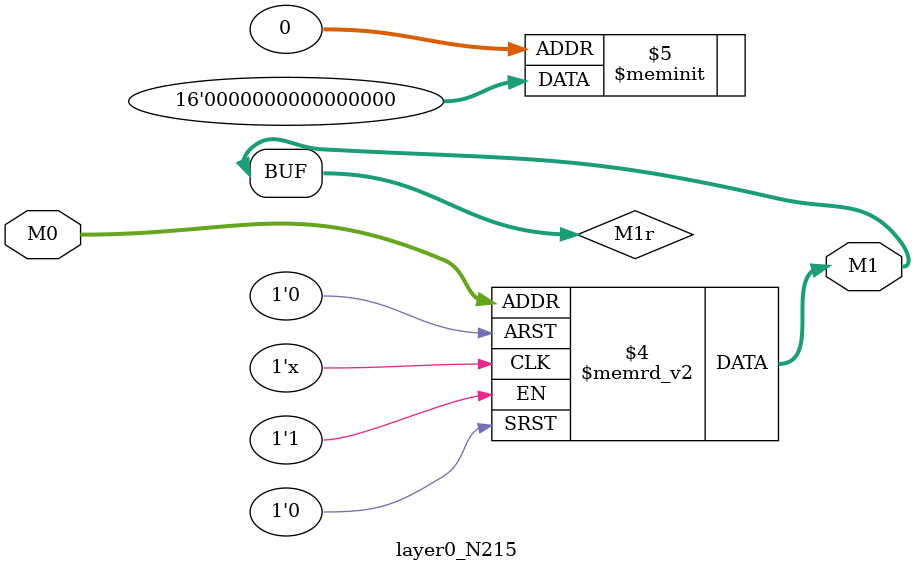
<source format=v>
module layer0_N215 ( input [2:0] M0, output [1:0] M1 );

	(*rom_style = "distributed" *) reg [1:0] M1r;
	assign M1 = M1r;
	always @ (M0) begin
		case (M0)
			3'b000: M1r = 2'b00;
			3'b100: M1r = 2'b00;
			3'b010: M1r = 2'b00;
			3'b110: M1r = 2'b00;
			3'b001: M1r = 2'b00;
			3'b101: M1r = 2'b00;
			3'b011: M1r = 2'b00;
			3'b111: M1r = 2'b00;

		endcase
	end
endmodule

</source>
